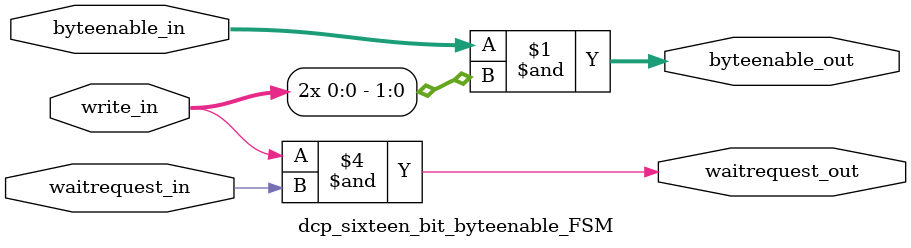
<source format=v>


/*

  This logic recieves a potentially unsupported byte enable combination and
  breaks it down into supported byte enable combinations to the fabric.
  
  For example if a 64-bit write master wants to write
  to addresses 0x1 and beyond, this maps to address 0x0 with byte enables
  "11111110" asserted.  This does not contain a power of two of neighbooring
  asserted bits.  Instead this block will convert this into three writes
  all of which are supported:  "00000010", "00001100", and "11110000".  When
  this block breaks a transfer down it asserts stall so that the rest of the
  master logic will keep the outputs constant.
  
  Revision History:
  
  1.0  Initial version - Used a word distance to calculate which lanes to enable.
  
  1.1  Re-encoded version - Uses byte enables directly to calculate which lanes
                            to enable.  This allows byte enables in the middle
                            of a word to be supported as well such as '0110'.

  1.2  Bug fix to include the waitrequest for state transitions when the byte
       enable width is greater than 2.

  1.3  Added support for 64 and 128-bit byte enables (for 512/1024 bit data paths)
  
  1.4  Added "dcp_" to all module names to avoid namespace collisions with the mSGDMA
       shipped in the ACDS.
*/



// synthesis translate_off
`timescale 1ns / 1ps
// synthesis translate_on

// turn off superfluous verilog processor warnings 
// altera message_level Level1 
// altera message_off 10034 10035 10036 10037 10230 10240 10030 



module dcp_byte_enable_generator (
  clk,
  reset,

  // master side
  write_in,
  byteenable_in,
  waitrequest_out,

  // fabric side
  byteenable_out,
  waitrequest_in
);

  parameter BYTEENABLE_WIDTH = 4;   // valid byteenable widths are 1, 2, 4, 8, 16, 32, 64, and 128

  input clk;
  input reset;

  input write_in;                              // will enable state machine logic
  input [BYTEENABLE_WIDTH-1:0] byteenable_in;  // byteenables from master which contain unsupported groupings of byte lanes to be converted
  output wire waitrequest_out;                 // used to stall the master when fabric asserts waitrequest or access needs to be broken down

  output wire [BYTEENABLE_WIDTH-1:0] byteenable_out;   // supported byte enables to the fabric
  input waitrequest_in;                                // waitrequest from the fabric


generate
  if (BYTEENABLE_WIDTH == 1)  // for completeness...
  begin
      assign byteenable_out = byteenable_in;
      assign waitrequest_out = waitrequest_in;
  end
  else if (BYTEENABLE_WIDTH == 2)
  begin
      dcp_sixteen_bit_byteenable_FSM the_dcp_sixteen_bit_byteenable_FSM (   // pass through for the most part like the 1 bit case, has it's own module since the 4 bit module uses it
        .write_in (write_in),
        .byteenable_in (byteenable_in),
        .waitrequest_out (waitrequest_out),
        .byteenable_out (byteenable_out),
        .waitrequest_in (waitrequest_in)
      );  
  end
  else if (BYTEENABLE_WIDTH == 4)
  begin
      dcp_thirty_two_bit_byteenable_FSM the_dcp_thirty_two_bit_byteenable_FSM(
        .clk (clk),
        .reset (reset),
        .write_in (write_in),
        .byteenable_in (byteenable_in),
        .waitrequest_out (waitrequest_out),
        .byteenable_out (byteenable_out),
        .waitrequest_in (waitrequest_in)
      );  
  end
  else if (BYTEENABLE_WIDTH == 8)
  begin
      dcp_sixty_four_bit_byteenable_FSM the_dcp_sixty_four_bit_byteenable_FSM(
        .clk (clk),
        .reset (reset),
        .write_in (write_in),
        .byteenable_in (byteenable_in),
        .waitrequest_out (waitrequest_out),
        .byteenable_out (byteenable_out),
        .waitrequest_in (waitrequest_in)
      );  
  end
  else if (BYTEENABLE_WIDTH == 16)
  begin
      dcp_one_hundred_twenty_eight_bit_byteenable_FSM the_dcp_one_hundred_twenty_eight_bit_byteenable_FSM(
        .clk (clk),
        .reset (reset),
        .write_in (write_in),
        .byteenable_in (byteenable_in),
        .waitrequest_out (waitrequest_out),
        .byteenable_out (byteenable_out),
        .waitrequest_in (waitrequest_in)
      );  
  end
  else if (BYTEENABLE_WIDTH == 32)
  begin
      dcp_two_hundred_fifty_six_bit_byteenable_FSM the_dcp_two_hundred_fifty_six_bit_byteenable_FSM(
        .clk (clk),
        .reset (reset),
        .write_in (write_in),
        .byteenable_in (byteenable_in),
        .waitrequest_out (waitrequest_out),
        .byteenable_out (byteenable_out),
        .waitrequest_in (waitrequest_in)
      );
  end
  else if (BYTEENABLE_WIDTH == 64)
  begin
      dcp_five_hundred_twelve_bit_byteenable_FSM the_dcp_five_hundred_twelve_bit_byteenable_FSM (
        .clk (clk),
        .reset (reset),
        .write_in (write_in),
        .byteenable_in (byteenable_in),
        .waitrequest_out (waitrequest_out),
        .byteenable_out (byteenable_out),
        .waitrequest_in (waitrequest_in)
      );
  end
  else if (BYTEENABLE_WIDTH == 128)
  begin
      dcp_one_thousand_twenty_four_byteenable_FSM the_dcp_one_thousand_twenty_four_byteenable_FSM (
        .clk (clk),
        .reset (reset),
        .write_in (write_in),
        .byteenable_in (byteenable_in),
        .waitrequest_out (waitrequest_out),
        .byteenable_out (byteenable_out),
        .waitrequest_in (waitrequest_in)
      );
  end
endgenerate

endmodule





module dcp_one_thousand_twenty_four_byteenable_FSM (
  clk,
  reset,

  write_in,
  byteenable_in,
  waitrequest_out,

  byteenable_out,
  waitrequest_in
);

  input clk;
  input reset;

  input write_in;
  input [127:0] byteenable_in;
  output wire waitrequest_out;

  output wire [127:0] byteenable_out; 
  input waitrequest_in;


  // internal statemachine signals
  wire partial_lower_half_transfer;
  wire full_lower_half_transfer;
  wire partial_upper_half_transfer;
  wire full_upper_half_transfer;
  wire full_word_transfer;
  reg state_bit;
  wire transfer_done;
  wire advance_to_next_state;
  wire lower_enable;
  wire upper_enable;
  wire lower_stall;
  wire upper_stall;
  wire two_stage_transfer;


  always @ (posedge clk)
  begin
    if (reset)
    begin
      state_bit <= 0;
    end
    else
    begin
      if (transfer_done == 1)
      begin
        state_bit <= 0;
      end
      else if (advance_to_next_state == 1)
      begin
        state_bit <= 1;
      end
    end
  end

  assign partial_lower_half_transfer = (byteenable_in[63:0] != 0);
  assign full_lower_half_transfer = (byteenable_in[63:0] == 64'hFFFFFFFFFFFFFFFF);
  assign partial_upper_half_transfer = (byteenable_in[127:64] != 0);
  assign full_upper_half_transfer = (byteenable_in[127:64] == 64'hFFFFFFFFFFFFFFFF);
  assign full_word_transfer = (full_lower_half_transfer == 1) & (full_upper_half_transfer == 1);
  assign two_stage_transfer = (full_word_transfer == 0) & (partial_lower_half_transfer == 1) & (partial_upper_half_transfer == 1);

  assign advance_to_next_state = (two_stage_transfer == 1) & (lower_stall == 0) & (write_in == 1) & (state_bit == 0) & (waitrequest_in == 0);  // partial lower half transfer completed and there are bytes in the upper half that need to go out still

  assign transfer_done = ((full_word_transfer == 1) & (waitrequest_in == 0) & (write_in == 1)) | // full word transfer complete
                         ((two_stage_transfer == 0) & (lower_stall == 0) & (upper_stall == 0) & (write_in == 1) & (waitrequest_in == 0)) | // partial upper or lower half transfer complete
                         ((two_stage_transfer == 1) & (state_bit == 1) & (upper_stall == 0) & (write_in == 1) & (waitrequest_in == 0));  // partial upper and lower half transfers complete

  assign lower_enable = ((write_in == 1) & (full_word_transfer == 1)) |  // full word transfer
                        ((write_in == 1) & (two_stage_transfer == 0) & (partial_lower_half_transfer == 1)) | // only a partial lower half transfer
                        ((write_in == 1) & (two_stage_transfer == 1) & (partial_lower_half_transfer == 1) & (state_bit == 0));  // partial lower half transfer (to be followed by an upper half transfer)

  assign upper_enable = ((write_in == 1) & (full_word_transfer == 1)) |  // full word transfer
                        ((write_in == 1) & (two_stage_transfer == 0) & (partial_upper_half_transfer == 1)) | // only a partial upper half transfer
                        ((write_in == 1) & (two_stage_transfer == 1) & (partial_upper_half_transfer == 1) & (state_bit == 1));  // partial upper half transfer (after the lower half transfer)

  dcp_five_hundred_twelve_bit_byteenable_FSM lower_dcp_five_hundred_twelve_bit_byteenable_FSM (
    .clk (clk),
    .reset (reset),
    .write_in (lower_enable),
    .byteenable_in (byteenable_in[63:0]),
    .waitrequest_out (lower_stall),    
    .byteenable_out (byteenable_out[63:0]),
    .waitrequest_in (waitrequest_in)
  );

  dcp_five_hundred_twelve_bit_byteenable_FSM upper_dcp_five_hundred_twelve_bit_byteenable_FSM (
    .clk (clk),
    .reset (reset),
    .write_in (upper_enable),
    .byteenable_in (byteenable_in[127:64]),
    .waitrequest_out (upper_stall),    
    .byteenable_out (byteenable_out[127:64]),
    .waitrequest_in (waitrequest_in)
  );

  assign waitrequest_out = (waitrequest_in == 1) | ((transfer_done == 0) & (write_in == 1));

endmodule






module dcp_five_hundred_twelve_bit_byteenable_FSM (
  clk,
  reset,

  write_in,
  byteenable_in,
  waitrequest_out,

  byteenable_out,
  waitrequest_in
);


  input clk;
  input reset;

  input write_in;
  input [63:0] byteenable_in;
  output wire waitrequest_out;

  output wire [63:0] byteenable_out; 
  input waitrequest_in;


  // internal statemachine signals
  wire partial_lower_half_transfer;
  wire full_lower_half_transfer;
  wire partial_upper_half_transfer;
  wire full_upper_half_transfer;
  wire full_word_transfer;
  reg state_bit;
  wire transfer_done;
  wire advance_to_next_state;
  wire lower_enable;
  wire upper_enable;
  wire lower_stall;
  wire upper_stall;
  wire two_stage_transfer;


  always @ (posedge clk)
  begin
    if (reset)
    begin
      state_bit <= 0;
    end
    else
    begin
      if (transfer_done == 1)
      begin
        state_bit <= 0;
      end
      else if (advance_to_next_state == 1)
      begin
        state_bit <= 1;
      end
    end
  end

  assign partial_lower_half_transfer = (byteenable_in[31:0] != 0);
  assign full_lower_half_transfer = (byteenable_in[31:0] == 32'hFFFFFFFF);
  assign partial_upper_half_transfer = (byteenable_in[63:32] != 0);
  assign full_upper_half_transfer = (byteenable_in[63:32] == 32'hFFFFFFFF);
  assign full_word_transfer = (full_lower_half_transfer == 1) & (full_upper_half_transfer == 1);
  assign two_stage_transfer = (full_word_transfer == 0) & (partial_lower_half_transfer == 1) & (partial_upper_half_transfer == 1);

  assign advance_to_next_state = (two_stage_transfer == 1) & (lower_stall == 0) & (write_in == 1) & (state_bit == 0) & (waitrequest_in == 0);  // partial lower half transfer completed and there are bytes in the upper half that need to go out still

  assign transfer_done = ((full_word_transfer == 1) & (waitrequest_in == 0) & (write_in == 1)) | // full word transfer complete
                         ((two_stage_transfer == 0) & (lower_stall == 0) & (upper_stall == 0) & (write_in == 1) & (waitrequest_in == 0)) | // partial upper or lower half transfer complete
                         ((two_stage_transfer == 1) & (state_bit == 1) & (upper_stall == 0) & (write_in == 1) & (waitrequest_in == 0));  // partial upper and lower half transfers complete

  assign lower_enable = ((write_in == 1) & (full_word_transfer == 1)) |  // full word transfer
                        ((write_in == 1) & (two_stage_transfer == 0) & (partial_lower_half_transfer == 1)) | // only a partial lower half transfer
                        ((write_in == 1) & (two_stage_transfer == 1) & (partial_lower_half_transfer == 1) & (state_bit == 0));  // partial lower half transfer (to be followed by an upper half transfer)

  assign upper_enable = ((write_in == 1) & (full_word_transfer == 1)) |  // full word transfer
                        ((write_in == 1) & (two_stage_transfer == 0) & (partial_upper_half_transfer == 1)) | // only a partial upper half transfer
                        ((write_in == 1) & (two_stage_transfer == 1) & (partial_upper_half_transfer == 1) & (state_bit == 1));  // partial upper half transfer (after the lower half transfer)

  dcp_two_hundred_fifty_six_bit_byteenable_FSM lower_dcp_two_hundred_fifty_six_bit_byteenable_FSM (
    .clk (clk),
    .reset (reset),
    .write_in (lower_enable),
    .byteenable_in (byteenable_in[31:0]),
    .waitrequest_out (lower_stall),    
    .byteenable_out (byteenable_out[31:0]),
    .waitrequest_in (waitrequest_in)
  );

  dcp_two_hundred_fifty_six_bit_byteenable_FSM upper_dcp_two_hundred_fifty_six_bit_byteenable_FSM (
    .clk (clk),
    .reset (reset),
    .write_in (upper_enable),
    .byteenable_in (byteenable_in[63:32]),
    .waitrequest_out (upper_stall),    
    .byteenable_out (byteenable_out[63:32]),
    .waitrequest_in (waitrequest_in)
  );

  assign waitrequest_out = (waitrequest_in == 1) | ((transfer_done == 0) & (write_in == 1));

endmodule





module dcp_two_hundred_fifty_six_bit_byteenable_FSM (
  clk,
  reset,

  write_in,
  byteenable_in,
  waitrequest_out,

  byteenable_out,
  waitrequest_in
);


  input clk;
  input reset;

  input write_in;
  input [31:0] byteenable_in;
  output wire waitrequest_out;

  output wire [31:0] byteenable_out; 
  input waitrequest_in;


  // internal statemachine signals
  wire partial_lower_half_transfer;
  wire full_lower_half_transfer;
  wire partial_upper_half_transfer;
  wire full_upper_half_transfer;
  wire full_word_transfer;
  reg state_bit;
  wire transfer_done;
  wire advance_to_next_state;
  wire lower_enable;
  wire upper_enable;
  wire lower_stall;
  wire upper_stall;
  wire two_stage_transfer;


  always @ (posedge clk)
  begin
    if (reset)
    begin
      state_bit <= 0;
    end
    else
    begin
      if (transfer_done == 1)
      begin
        state_bit <= 0;
      end
      else if (advance_to_next_state == 1)
      begin
        state_bit <= 1;
      end
    end
  end

  assign partial_lower_half_transfer = (byteenable_in[15:0] != 0);
  assign full_lower_half_transfer = (byteenable_in[15:0] == 16'hFFFF);
  assign partial_upper_half_transfer = (byteenable_in[31:16] != 0);
  assign full_upper_half_transfer = (byteenable_in[31:16] == 16'hFFFF);
  assign full_word_transfer = (full_lower_half_transfer == 1) & (full_upper_half_transfer == 1);
  assign two_stage_transfer = (full_word_transfer == 0) & (partial_lower_half_transfer == 1) & (partial_upper_half_transfer == 1);

  assign advance_to_next_state = (two_stage_transfer == 1) & (lower_stall == 0) & (write_in == 1) & (state_bit == 0) & (waitrequest_in == 0);  // partial lower half transfer completed and there are bytes in the upper half that need to go out still

  assign transfer_done = ((full_word_transfer == 1) & (waitrequest_in == 0) & (write_in == 1)) | // full word transfer complete
                         ((two_stage_transfer == 0) & (lower_stall == 0) & (upper_stall == 0) & (write_in == 1) & (waitrequest_in == 0)) | // partial upper or lower half transfer complete
                         ((two_stage_transfer == 1) & (state_bit == 1) & (upper_stall == 0) & (write_in == 1) & (waitrequest_in == 0));  // partial upper and lower half transfers complete

  assign lower_enable = ((write_in == 1) & (full_word_transfer == 1)) |  // full word transfer
                        ((write_in == 1) & (two_stage_transfer == 0) & (partial_lower_half_transfer == 1)) | // only a partial lower half transfer
                        ((write_in == 1) & (two_stage_transfer == 1) & (partial_lower_half_transfer == 1) & (state_bit == 0));  // partial lower half transfer (to be followed by an upper half transfer)

  assign upper_enable = ((write_in == 1) & (full_word_transfer == 1)) |  // full word transfer
                        ((write_in == 1) & (two_stage_transfer == 0) & (partial_upper_half_transfer == 1)) | // only a partial upper half transfer
                        ((write_in == 1) & (two_stage_transfer == 1) & (partial_upper_half_transfer == 1) & (state_bit == 1));  // partial upper half transfer (after the lower half transfer)

  dcp_one_hundred_twenty_eight_bit_byteenable_FSM lower_dcp_one_hundred_twenty_eight_bit_byteenable_FSM (
    .clk (clk),
    .reset (reset),
    .write_in (lower_enable),
    .byteenable_in (byteenable_in[15:0]),
    .waitrequest_out (lower_stall),    
    .byteenable_out (byteenable_out[15:0]),
    .waitrequest_in (waitrequest_in)
  );

  dcp_one_hundred_twenty_eight_bit_byteenable_FSM upper_dcp_one_hundred_twenty_eight_bit_byteenable_FSM (
    .clk (clk),
    .reset (reset),
    .write_in (upper_enable),
    .byteenable_in (byteenable_in[31:16]),
    .waitrequest_out (upper_stall),    
    .byteenable_out (byteenable_out[31:16]),
    .waitrequest_in (waitrequest_in)
  );

  assign waitrequest_out = (waitrequest_in == 1) | ((transfer_done == 0) & (write_in == 1));

endmodule




module dcp_one_hundred_twenty_eight_bit_byteenable_FSM (
  clk,
  reset,

  write_in,
  byteenable_in,
  waitrequest_out,

  byteenable_out,
  waitrequest_in
);


  input clk;
  input reset;

  input write_in;
  input [15:0] byteenable_in;
  output wire waitrequest_out;

  output wire [15:0] byteenable_out; 
  input waitrequest_in;

  // internal statemachine signals
  wire partial_lower_half_transfer;
  wire full_lower_half_transfer;
  wire partial_upper_half_transfer;
  wire full_upper_half_transfer;
  wire full_word_transfer;
  reg state_bit;
  wire transfer_done;
  wire advance_to_next_state;
  wire lower_enable;
  wire upper_enable;
  wire lower_stall;
  wire upper_stall;
  wire two_stage_transfer;


  always @ (posedge clk)
  begin
    if (reset)
    begin
      state_bit <= 0;
    end
    else
    begin
      if (transfer_done == 1)
      begin
        state_bit <= 0;
      end
      else if (advance_to_next_state == 1)
      begin
        state_bit <= 1;
      end
    end
  end

  assign partial_lower_half_transfer = (byteenable_in[7:0] != 0);
  assign full_lower_half_transfer = (byteenable_in[7:0] == 8'hFF);
  assign partial_upper_half_transfer = (byteenable_in[15:8] != 0);
  assign full_upper_half_transfer = (byteenable_in[15:8] == 8'hFF);
  assign full_word_transfer = (full_lower_half_transfer == 1) & (full_upper_half_transfer == 1);
  assign two_stage_transfer = (full_word_transfer == 0) & (partial_lower_half_transfer == 1) & (partial_upper_half_transfer == 1);

  assign advance_to_next_state = (two_stage_transfer == 1) & (lower_stall == 0) & (write_in == 1) & (state_bit == 0) & (waitrequest_in == 0);  // partial lower half transfer completed and there are bytes in the upper half that need to go out still

  assign transfer_done = ((full_word_transfer == 1) & (waitrequest_in == 0) & (write_in == 1)) | // full word transfer complete
                         ((two_stage_transfer == 0) & (lower_stall == 0) & (upper_stall == 0) & (write_in == 1) & (waitrequest_in == 0)) | // partial upper or lower half transfer complete
                         ((two_stage_transfer == 1) & (state_bit == 1) & (upper_stall == 0) & (write_in == 1) & (waitrequest_in == 0));  // partial upper and lower half transfers complete

  assign lower_enable = ((write_in == 1) & (full_word_transfer == 1)) |  // full word transfer
                        ((write_in == 1) & (two_stage_transfer == 0) & (partial_lower_half_transfer == 1)) | // only a partial lower half transfer
                        ((write_in == 1) & (two_stage_transfer == 1) & (partial_lower_half_transfer == 1) & (state_bit == 0));  // partial lower half transfer (to be followed by an upper half transfer)

  assign upper_enable = ((write_in == 1) & (full_word_transfer == 1)) |  // full word transfer
                        ((write_in == 1) & (two_stage_transfer == 0) & (partial_upper_half_transfer == 1)) | // only a partial upper half transfer
                        ((write_in == 1) & (two_stage_transfer == 1) & (partial_upper_half_transfer == 1) & (state_bit == 1));  // partial upper half transfer (after the lower half transfer)

  dcp_sixty_four_bit_byteenable_FSM lower_dcp_sixty_four_bit_byteenable_FSM (
    .clk (clk),
    .reset (reset),
    .write_in (lower_enable),
    .byteenable_in (byteenable_in[7:0]),
    .waitrequest_out (lower_stall),    
    .byteenable_out (byteenable_out[7:0]),
    .waitrequest_in (waitrequest_in)
  );

  dcp_sixty_four_bit_byteenable_FSM upper_dcp_sixty_four_bit_byteenable_FSM (
    .clk (clk),
    .reset (reset),
    .write_in (upper_enable),
    .byteenable_in (byteenable_in[15:8]),
    .waitrequest_out (upper_stall),    
    .byteenable_out (byteenable_out[15:8]),
    .waitrequest_in (waitrequest_in)
  );

  assign waitrequest_out = (waitrequest_in == 1) | ((transfer_done == 0) & (write_in == 1));

endmodule




module dcp_sixty_four_bit_byteenable_FSM (
  clk,
  reset,

  write_in,
  byteenable_in,
  waitrequest_out,

  byteenable_out,
  waitrequest_in
);


  input clk;
  input reset;
  
  input write_in;
  input [7:0] byteenable_in;
  output wire waitrequest_out;

  output wire [7:0] byteenable_out; 
  input waitrequest_in;

  // internal statemachine signals
  wire partial_lower_half_transfer;
  wire full_lower_half_transfer;
  wire partial_upper_half_transfer;
  wire full_upper_half_transfer;
  wire full_word_transfer;
  reg state_bit;
  wire transfer_done;
  wire advance_to_next_state;
  wire lower_enable;
  wire upper_enable;
  wire lower_stall;
  wire upper_stall;
  wire two_stage_transfer;


  always @ (posedge clk)
  begin
    if (reset)
    begin
      state_bit <= 0;
    end
    else
    begin
      if (transfer_done == 1)
      begin
        state_bit <= 0;
      end
      else if (advance_to_next_state == 1)
      begin
        state_bit <= 1;
      end
    end
  end

  assign partial_lower_half_transfer = (byteenable_in[3:0] != 0);
  assign full_lower_half_transfer = (byteenable_in[3:0] == 4'hF);
  assign partial_upper_half_transfer = (byteenable_in[7:4] != 0);
  assign full_upper_half_transfer = (byteenable_in[7:4] == 4'hF);
  assign full_word_transfer = (full_lower_half_transfer == 1) & (full_upper_half_transfer == 1);
  assign two_stage_transfer = (full_word_transfer == 0) & (partial_lower_half_transfer == 1) & (partial_upper_half_transfer == 1);

  assign advance_to_next_state = (two_stage_transfer == 1) & (lower_stall == 0) & (write_in == 1) & (state_bit == 0) & (waitrequest_in == 0);  // partial lower half transfer completed and there are bytes in the upper half that need to go out still

  assign transfer_done = ((full_word_transfer == 1) & (waitrequest_in == 0) & (write_in == 1)) | // full word transfer complete
                         ((two_stage_transfer == 0) & (lower_stall == 0) & (upper_stall == 0) & (write_in == 1) & (waitrequest_in == 0)) | // partial upper or lower half transfer complete
                         ((two_stage_transfer == 1) & (state_bit == 1) & (upper_stall == 0) & (write_in == 1) & (waitrequest_in == 0));  // partial upper and lower half transfers complete

  assign lower_enable = ((write_in == 1) & (full_word_transfer == 1)) |  // full word transfer
                        ((write_in == 1) & (two_stage_transfer == 0) & (partial_lower_half_transfer == 1)) | // only a partial lower half transfer
                        ((write_in == 1) & (two_stage_transfer == 1) & (partial_lower_half_transfer == 1) & (state_bit == 0));  // partial lower half transfer (to be followed by an upper half transfer)

  assign upper_enable = ((write_in == 1) & (full_word_transfer == 1)) |  // full word transfer
                        ((write_in == 1) & (two_stage_transfer == 0) & (partial_upper_half_transfer == 1)) | // only a partial upper half transfer
                        ((write_in == 1) & (two_stage_transfer == 1) & (partial_upper_half_transfer == 1) & (state_bit == 1));  // partial upper half transfer (after the lower half transfer)

  dcp_thirty_two_bit_byteenable_FSM lower_dcp_thirty_two_bit_byteenable_FSM (
    .clk (clk),
    .reset (reset),
    .write_in (lower_enable),
    .byteenable_in (byteenable_in[3:0]),
    .waitrequest_out (lower_stall),    
    .byteenable_out (byteenable_out[3:0]),
    .waitrequest_in (waitrequest_in)
  );

  dcp_thirty_two_bit_byteenable_FSM upper_dcp_thirty_two_bit_byteenable_FSM (
    .clk (clk),
    .reset (reset),
    .write_in (upper_enable),
    .byteenable_in (byteenable_in[7:4]),
    .waitrequest_out (upper_stall),    
    .byteenable_out (byteenable_out[7:4]),
    .waitrequest_in (waitrequest_in)
  );

  assign waitrequest_out = (waitrequest_in == 1) | ((transfer_done == 0) & (write_in == 1));

endmodule



module dcp_thirty_two_bit_byteenable_FSM (
  clk,
  reset,

  write_in,
  byteenable_in,
  waitrequest_out,

  byteenable_out,
  waitrequest_in
);


  input clk;
  input reset;

  input write_in;
  input [3:0] byteenable_in;
  output wire waitrequest_out;

  output wire [3:0] byteenable_out; 
  input waitrequest_in;


  // internal statemachine signals
  wire partial_lower_half_transfer;
  wire full_lower_half_transfer;
  wire partial_upper_half_transfer;
  wire full_upper_half_transfer;
  wire full_word_transfer;
  reg state_bit;
  wire transfer_done;
  wire advance_to_next_state;
  wire lower_enable;
  wire upper_enable;
  wire lower_stall;
  wire upper_stall;
  wire two_stage_transfer;


  always @ (posedge clk)
  begin
    if (reset)
    begin
      state_bit <= 0;
    end
    else
    begin
      if (transfer_done == 1)
      begin
        state_bit <= 0;
      end
      else if (advance_to_next_state == 1)
      begin
        state_bit <= 1;
      end
    end
  end

  assign partial_lower_half_transfer = (byteenable_in[1:0] != 0);
  assign full_lower_half_transfer = (byteenable_in[1:0] == 2'h3);
  assign partial_upper_half_transfer = (byteenable_in[3:2] != 0);
  assign full_upper_half_transfer = (byteenable_in[3:2] == 2'h3);
  assign full_word_transfer = (full_lower_half_transfer == 1) & (full_upper_half_transfer == 1);
  assign two_stage_transfer = (full_word_transfer == 0) & (partial_lower_half_transfer == 1) & (partial_upper_half_transfer == 1);

  assign advance_to_next_state = (two_stage_transfer == 1) & (lower_stall == 0) & (write_in == 1) & (state_bit == 0) & (waitrequest_in == 0);  // partial lower half transfer completed and there are bytes in the upper half that need to go out still

  assign transfer_done = ((full_word_transfer == 1) & (waitrequest_in == 0) & (write_in == 1)) | // full word transfer complete
                         ((two_stage_transfer == 0) & (lower_stall == 0) & (upper_stall == 0) & (write_in == 1) & (waitrequest_in == 0)) | // partial upper or lower half transfer complete
                         ((two_stage_transfer == 1) & (state_bit == 1) & (upper_stall == 0) & (write_in == 1) & (waitrequest_in == 0));  // partial upper and lower half transfers complete

  assign lower_enable = ((write_in == 1) & (full_word_transfer == 1)) |  // full word transfer
                        ((write_in == 1) & (two_stage_transfer == 0) & (partial_lower_half_transfer == 1)) | // only a partial lower half transfer
                        ((write_in == 1) & (two_stage_transfer == 1) & (partial_lower_half_transfer == 1) & (state_bit == 0));  // partial lower half transfer (to be followed by an upper half transfer)

  assign upper_enable = ((write_in == 1) & (full_word_transfer == 1)) |  // full word transfer
                        ((write_in == 1) & (two_stage_transfer == 0) & (partial_upper_half_transfer == 1)) | // only a partial upper half transfer
                        ((write_in == 1) & (two_stage_transfer == 1) & (partial_upper_half_transfer == 1) & (state_bit == 1));  // partial upper half transfer (after the lower half transfer)

  dcp_sixteen_bit_byteenable_FSM lower_dcp_sixteen_bit_byteenable_FSM (
    .write_in (lower_enable),
    .byteenable_in (byteenable_in[1:0]),
    .waitrequest_out (lower_stall),    
    .byteenable_out (byteenable_out[1:0]),
    .waitrequest_in (waitrequest_in)
  );

  dcp_sixteen_bit_byteenable_FSM upper_dcp_sixteen_bit_byteenable_FSM (
    .write_in (upper_enable),
    .byteenable_in (byteenable_in[3:2]),
    .waitrequest_out (upper_stall),    
    .byteenable_out (byteenable_out[3:2]),
    .waitrequest_in (waitrequest_in)
  );

  assign waitrequest_out = (waitrequest_in == 1) | ((transfer_done == 0) & (write_in == 1));

endmodule




/**************************************************************************************************
  Fundament byte enable state machine for which 32, 64, 128, 256, 512, and 1024 bit byte enable
  statemachines will use to operate on groups of two byte enables.
***************************************************************************************************/
module dcp_sixteen_bit_byteenable_FSM (
  write_in,
  byteenable_in,
  waitrequest_out,

  byteenable_out,
  waitrequest_in
);

 
  input write_in;
  input [1:0] byteenable_in;
  output wire waitrequest_out;

  output wire [1:0] byteenable_out; 
  input waitrequest_in;

  assign byteenable_out = byteenable_in & {2{write_in}};          // all 2 bit byte enable pairs are supported, masked with write in to turn the byte lanes off when writing is disabled
  assign waitrequest_out = (write_in == 1) & (waitrequest_in == 1);  // transfer always completes on the first cycle unless waitrequest is asserted

endmodule

</source>
